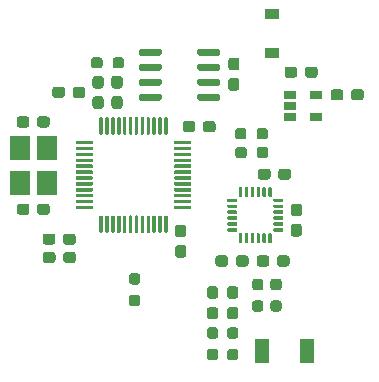
<source format=gbr>
%TF.GenerationSoftware,KiCad,Pcbnew,(5.1.7)-1*%
%TF.CreationDate,2020-10-30T21:16:44-07:00*%
%TF.ProjectId,Drone,44726f6e-652e-46b6-9963-61645f706362,rev?*%
%TF.SameCoordinates,Original*%
%TF.FileFunction,Paste,Top*%
%TF.FilePolarity,Positive*%
%FSLAX46Y46*%
G04 Gerber Fmt 4.6, Leading zero omitted, Abs format (unit mm)*
G04 Created by KiCad (PCBNEW (5.1.7)-1) date 2020-10-30 21:16:44*
%MOMM*%
%LPD*%
G01*
G04 APERTURE LIST*
%ADD10R,1.200000X0.900000*%
%ADD11R,1.800000X2.100000*%
%ADD12R,1.200000X2.150000*%
%ADD13R,1.060000X0.650000*%
G04 APERTURE END LIST*
D10*
%TO.C,D1*%
X92700000Y-66850000D03*
X92700000Y-63550000D03*
%TD*%
%TO.C,C15*%
G36*
G01*
X93150000Y-84712500D02*
X93150000Y-84237500D01*
G75*
G02*
X93387500Y-84000000I237500J0D01*
G01*
X93987500Y-84000000D01*
G75*
G02*
X94225000Y-84237500I0J-237500D01*
G01*
X94225000Y-84712500D01*
G75*
G02*
X93987500Y-84950000I-237500J0D01*
G01*
X93387500Y-84950000D01*
G75*
G02*
X93150000Y-84712500I0J237500D01*
G01*
G37*
G36*
G01*
X91425000Y-84712500D02*
X91425000Y-84237500D01*
G75*
G02*
X91662500Y-84000000I237500J0D01*
G01*
X92262500Y-84000000D01*
G75*
G02*
X92500000Y-84237500I0J-237500D01*
G01*
X92500000Y-84712500D01*
G75*
G02*
X92262500Y-84950000I-237500J0D01*
G01*
X91662500Y-84950000D01*
G75*
G02*
X91425000Y-84712500I0J237500D01*
G01*
G37*
%TD*%
%TO.C,D2*%
G36*
G01*
X87937500Y-89425000D02*
X87462500Y-89425000D01*
G75*
G02*
X87225000Y-89187500I0J237500D01*
G01*
X87225000Y-88612500D01*
G75*
G02*
X87462500Y-88375000I237500J0D01*
G01*
X87937500Y-88375000D01*
G75*
G02*
X88175000Y-88612500I0J-237500D01*
G01*
X88175000Y-89187500D01*
G75*
G02*
X87937500Y-89425000I-237500J0D01*
G01*
G37*
G36*
G01*
X87937500Y-87675000D02*
X87462500Y-87675000D01*
G75*
G02*
X87225000Y-87437500I0J237500D01*
G01*
X87225000Y-86862500D01*
G75*
G02*
X87462500Y-86625000I237500J0D01*
G01*
X87937500Y-86625000D01*
G75*
G02*
X88175000Y-86862500I0J-237500D01*
G01*
X88175000Y-87437500D01*
G75*
G02*
X87937500Y-87675000I-237500J0D01*
G01*
G37*
%TD*%
%TO.C,D3*%
G36*
G01*
X89637500Y-87675000D02*
X89162500Y-87675000D01*
G75*
G02*
X88925000Y-87437500I0J237500D01*
G01*
X88925000Y-86862500D01*
G75*
G02*
X89162500Y-86625000I237500J0D01*
G01*
X89637500Y-86625000D01*
G75*
G02*
X89875000Y-86862500I0J-237500D01*
G01*
X89875000Y-87437500D01*
G75*
G02*
X89637500Y-87675000I-237500J0D01*
G01*
G37*
G36*
G01*
X89637500Y-89425000D02*
X89162500Y-89425000D01*
G75*
G02*
X88925000Y-89187500I0J237500D01*
G01*
X88925000Y-88612500D01*
G75*
G02*
X89162500Y-88375000I237500J0D01*
G01*
X89637500Y-88375000D01*
G75*
G02*
X89875000Y-88612500I0J-237500D01*
G01*
X89875000Y-89187500D01*
G75*
G02*
X89637500Y-89425000I-237500J0D01*
G01*
G37*
%TD*%
D11*
%TO.C,Y1*%
X71370000Y-74950000D03*
X71370000Y-77850000D03*
X73670000Y-77850000D03*
X73670000Y-74950000D03*
%TD*%
%TO.C,R1*%
G36*
G01*
X80212500Y-67462500D02*
X80212500Y-67937500D01*
G75*
G02*
X79975000Y-68175000I-237500J0D01*
G01*
X79475000Y-68175000D01*
G75*
G02*
X79237500Y-67937500I0J237500D01*
G01*
X79237500Y-67462500D01*
G75*
G02*
X79475000Y-67225000I237500J0D01*
G01*
X79975000Y-67225000D01*
G75*
G02*
X80212500Y-67462500I0J-237500D01*
G01*
G37*
G36*
G01*
X78387500Y-67462500D02*
X78387500Y-67937500D01*
G75*
G02*
X78150000Y-68175000I-237500J0D01*
G01*
X77650000Y-68175000D01*
G75*
G02*
X77412500Y-67937500I0J237500D01*
G01*
X77412500Y-67462500D01*
G75*
G02*
X77650000Y-67225000I237500J0D01*
G01*
X78150000Y-67225000D01*
G75*
G02*
X78387500Y-67462500I0J-237500D01*
G01*
G37*
%TD*%
%TO.C,R2*%
G36*
G01*
X80862500Y-85500000D02*
X81337500Y-85500000D01*
G75*
G02*
X81575000Y-85737500I0J-237500D01*
G01*
X81575000Y-86237500D01*
G75*
G02*
X81337500Y-86475000I-237500J0D01*
G01*
X80862500Y-86475000D01*
G75*
G02*
X80625000Y-86237500I0J237500D01*
G01*
X80625000Y-85737500D01*
G75*
G02*
X80862500Y-85500000I237500J0D01*
G01*
G37*
G36*
G01*
X80862500Y-87325000D02*
X81337500Y-87325000D01*
G75*
G02*
X81575000Y-87562500I0J-237500D01*
G01*
X81575000Y-88062500D01*
G75*
G02*
X81337500Y-88300000I-237500J0D01*
G01*
X80862500Y-88300000D01*
G75*
G02*
X80625000Y-88062500I0J237500D01*
G01*
X80625000Y-87562500D01*
G75*
G02*
X80862500Y-87325000I237500J0D01*
G01*
G37*
%TD*%
%TO.C,R3*%
G36*
G01*
X90587500Y-75062500D02*
X90587500Y-75537500D01*
G75*
G02*
X90350000Y-75775000I-237500J0D01*
G01*
X89850000Y-75775000D01*
G75*
G02*
X89612500Y-75537500I0J237500D01*
G01*
X89612500Y-75062500D01*
G75*
G02*
X89850000Y-74825000I237500J0D01*
G01*
X90350000Y-74825000D01*
G75*
G02*
X90587500Y-75062500I0J-237500D01*
G01*
G37*
G36*
G01*
X92412500Y-75062500D02*
X92412500Y-75537500D01*
G75*
G02*
X92175000Y-75775000I-237500J0D01*
G01*
X91675000Y-75775000D01*
G75*
G02*
X91437500Y-75537500I0J237500D01*
G01*
X91437500Y-75062500D01*
G75*
G02*
X91675000Y-74825000I237500J0D01*
G01*
X92175000Y-74825000D01*
G75*
G02*
X92412500Y-75062500I0J-237500D01*
G01*
G37*
%TD*%
%TO.C,R4*%
G36*
G01*
X92400000Y-73462500D02*
X92400000Y-73937500D01*
G75*
G02*
X92162500Y-74175000I-237500J0D01*
G01*
X91662500Y-74175000D01*
G75*
G02*
X91425000Y-73937500I0J237500D01*
G01*
X91425000Y-73462500D01*
G75*
G02*
X91662500Y-73225000I237500J0D01*
G01*
X92162500Y-73225000D01*
G75*
G02*
X92400000Y-73462500I0J-237500D01*
G01*
G37*
G36*
G01*
X90575000Y-73462500D02*
X90575000Y-73937500D01*
G75*
G02*
X90337500Y-74175000I-237500J0D01*
G01*
X89837500Y-74175000D01*
G75*
G02*
X89600000Y-73937500I0J237500D01*
G01*
X89600000Y-73462500D01*
G75*
G02*
X89837500Y-73225000I237500J0D01*
G01*
X90337500Y-73225000D01*
G75*
G02*
X90575000Y-73462500I0J-237500D01*
G01*
G37*
%TD*%
%TO.C,R5*%
G36*
G01*
X92837500Y-87800000D02*
X93312500Y-87800000D01*
G75*
G02*
X93550000Y-88037500I0J-237500D01*
G01*
X93550000Y-88537500D01*
G75*
G02*
X93312500Y-88775000I-237500J0D01*
G01*
X92837500Y-88775000D01*
G75*
G02*
X92600000Y-88537500I0J237500D01*
G01*
X92600000Y-88037500D01*
G75*
G02*
X92837500Y-87800000I237500J0D01*
G01*
G37*
G36*
G01*
X92837500Y-85975000D02*
X93312500Y-85975000D01*
G75*
G02*
X93550000Y-86212500I0J-237500D01*
G01*
X93550000Y-86712500D01*
G75*
G02*
X93312500Y-86950000I-237500J0D01*
G01*
X92837500Y-86950000D01*
G75*
G02*
X92600000Y-86712500I0J237500D01*
G01*
X92600000Y-86212500D01*
G75*
G02*
X92837500Y-85975000I237500J0D01*
G01*
G37*
%TD*%
%TO.C,R6*%
G36*
G01*
X91292499Y-87810001D02*
X91767499Y-87810001D01*
G75*
G02*
X92004999Y-88047501I0J-237500D01*
G01*
X92004999Y-88547501D01*
G75*
G02*
X91767499Y-88785001I-237500J0D01*
G01*
X91292499Y-88785001D01*
G75*
G02*
X91054999Y-88547501I0J237500D01*
G01*
X91054999Y-88047501D01*
G75*
G02*
X91292499Y-87810001I237500J0D01*
G01*
G37*
G36*
G01*
X91292499Y-85985001D02*
X91767499Y-85985001D01*
G75*
G02*
X92004999Y-86222501I0J-237500D01*
G01*
X92004999Y-86722501D01*
G75*
G02*
X91767499Y-86960001I-237500J0D01*
G01*
X91292499Y-86960001D01*
G75*
G02*
X91054999Y-86722501I0J237500D01*
G01*
X91054999Y-86222501D01*
G75*
G02*
X91292499Y-85985001I237500J0D01*
G01*
G37*
%TD*%
%TO.C,R7*%
G36*
G01*
X87462500Y-91912500D02*
X87937500Y-91912500D01*
G75*
G02*
X88175000Y-92150000I0J-237500D01*
G01*
X88175000Y-92650000D01*
G75*
G02*
X87937500Y-92887500I-237500J0D01*
G01*
X87462500Y-92887500D01*
G75*
G02*
X87225000Y-92650000I0J237500D01*
G01*
X87225000Y-92150000D01*
G75*
G02*
X87462500Y-91912500I237500J0D01*
G01*
G37*
G36*
G01*
X87462500Y-90087500D02*
X87937500Y-90087500D01*
G75*
G02*
X88175000Y-90325000I0J-237500D01*
G01*
X88175000Y-90825000D01*
G75*
G02*
X87937500Y-91062500I-237500J0D01*
G01*
X87462500Y-91062500D01*
G75*
G02*
X87225000Y-90825000I0J237500D01*
G01*
X87225000Y-90325000D01*
G75*
G02*
X87462500Y-90087500I237500J0D01*
G01*
G37*
%TD*%
%TO.C,R8*%
G36*
G01*
X89162500Y-90100000D02*
X89637500Y-90100000D01*
G75*
G02*
X89875000Y-90337500I0J-237500D01*
G01*
X89875000Y-90837500D01*
G75*
G02*
X89637500Y-91075000I-237500J0D01*
G01*
X89162500Y-91075000D01*
G75*
G02*
X88925000Y-90837500I0J237500D01*
G01*
X88925000Y-90337500D01*
G75*
G02*
X89162500Y-90100000I237500J0D01*
G01*
G37*
G36*
G01*
X89162500Y-91925000D02*
X89637500Y-91925000D01*
G75*
G02*
X89875000Y-92162500I0J-237500D01*
G01*
X89875000Y-92662500D01*
G75*
G02*
X89637500Y-92900000I-237500J0D01*
G01*
X89162500Y-92900000D01*
G75*
G02*
X88925000Y-92662500I0J237500D01*
G01*
X88925000Y-92162500D01*
G75*
G02*
X89162500Y-91925000I237500J0D01*
G01*
G37*
%TD*%
D12*
%TO.C,SW1*%
X91875000Y-92100000D03*
X95675000Y-92100000D03*
%TD*%
D13*
%TO.C,U1*%
X94300000Y-70400000D03*
X94300000Y-71350000D03*
X94300000Y-72300000D03*
X96500000Y-72300000D03*
X96500000Y-70400000D03*
%TD*%
%TO.C,U2*%
G36*
G01*
X81450000Y-66945000D02*
X81450000Y-66645000D01*
G75*
G02*
X81600000Y-66495000I150000J0D01*
G01*
X83250000Y-66495000D01*
G75*
G02*
X83400000Y-66645000I0J-150000D01*
G01*
X83400000Y-66945000D01*
G75*
G02*
X83250000Y-67095000I-150000J0D01*
G01*
X81600000Y-67095000D01*
G75*
G02*
X81450000Y-66945000I0J150000D01*
G01*
G37*
G36*
G01*
X81450000Y-68215000D02*
X81450000Y-67915000D01*
G75*
G02*
X81600000Y-67765000I150000J0D01*
G01*
X83250000Y-67765000D01*
G75*
G02*
X83400000Y-67915000I0J-150000D01*
G01*
X83400000Y-68215000D01*
G75*
G02*
X83250000Y-68365000I-150000J0D01*
G01*
X81600000Y-68365000D01*
G75*
G02*
X81450000Y-68215000I0J150000D01*
G01*
G37*
G36*
G01*
X81450000Y-69485000D02*
X81450000Y-69185000D01*
G75*
G02*
X81600000Y-69035000I150000J0D01*
G01*
X83250000Y-69035000D01*
G75*
G02*
X83400000Y-69185000I0J-150000D01*
G01*
X83400000Y-69485000D01*
G75*
G02*
X83250000Y-69635000I-150000J0D01*
G01*
X81600000Y-69635000D01*
G75*
G02*
X81450000Y-69485000I0J150000D01*
G01*
G37*
G36*
G01*
X81450000Y-70755000D02*
X81450000Y-70455000D01*
G75*
G02*
X81600000Y-70305000I150000J0D01*
G01*
X83250000Y-70305000D01*
G75*
G02*
X83400000Y-70455000I0J-150000D01*
G01*
X83400000Y-70755000D01*
G75*
G02*
X83250000Y-70905000I-150000J0D01*
G01*
X81600000Y-70905000D01*
G75*
G02*
X81450000Y-70755000I0J150000D01*
G01*
G37*
G36*
G01*
X86400000Y-70755000D02*
X86400000Y-70455000D01*
G75*
G02*
X86550000Y-70305000I150000J0D01*
G01*
X88200000Y-70305000D01*
G75*
G02*
X88350000Y-70455000I0J-150000D01*
G01*
X88350000Y-70755000D01*
G75*
G02*
X88200000Y-70905000I-150000J0D01*
G01*
X86550000Y-70905000D01*
G75*
G02*
X86400000Y-70755000I0J150000D01*
G01*
G37*
G36*
G01*
X86400000Y-69485000D02*
X86400000Y-69185000D01*
G75*
G02*
X86550000Y-69035000I150000J0D01*
G01*
X88200000Y-69035000D01*
G75*
G02*
X88350000Y-69185000I0J-150000D01*
G01*
X88350000Y-69485000D01*
G75*
G02*
X88200000Y-69635000I-150000J0D01*
G01*
X86550000Y-69635000D01*
G75*
G02*
X86400000Y-69485000I0J150000D01*
G01*
G37*
G36*
G01*
X86400000Y-68215000D02*
X86400000Y-67915000D01*
G75*
G02*
X86550000Y-67765000I150000J0D01*
G01*
X88200000Y-67765000D01*
G75*
G02*
X88350000Y-67915000I0J-150000D01*
G01*
X88350000Y-68215000D01*
G75*
G02*
X88200000Y-68365000I-150000J0D01*
G01*
X86550000Y-68365000D01*
G75*
G02*
X86400000Y-68215000I0J150000D01*
G01*
G37*
G36*
G01*
X86400000Y-66945000D02*
X86400000Y-66645000D01*
G75*
G02*
X86550000Y-66495000I150000J0D01*
G01*
X88200000Y-66495000D01*
G75*
G02*
X88350000Y-66645000I0J-150000D01*
G01*
X88350000Y-66945000D01*
G75*
G02*
X88200000Y-67095000I-150000J0D01*
G01*
X86550000Y-67095000D01*
G75*
G02*
X86400000Y-66945000I0J150000D01*
G01*
G37*
%TD*%
%TO.C,U4*%
G36*
G01*
X88950000Y-79425000D02*
X88950000Y-79275000D01*
G75*
G02*
X89025000Y-79200000I75000J0D01*
G01*
X89725000Y-79200000D01*
G75*
G02*
X89800000Y-79275000I0J-75000D01*
G01*
X89800000Y-79425000D01*
G75*
G02*
X89725000Y-79500000I-75000J0D01*
G01*
X89025000Y-79500000D01*
G75*
G02*
X88950000Y-79425000I0J75000D01*
G01*
G37*
G36*
G01*
X88950000Y-79925000D02*
X88950000Y-79775000D01*
G75*
G02*
X89025000Y-79700000I75000J0D01*
G01*
X89725000Y-79700000D01*
G75*
G02*
X89800000Y-79775000I0J-75000D01*
G01*
X89800000Y-79925000D01*
G75*
G02*
X89725000Y-80000000I-75000J0D01*
G01*
X89025000Y-80000000D01*
G75*
G02*
X88950000Y-79925000I0J75000D01*
G01*
G37*
G36*
G01*
X88950000Y-80425000D02*
X88950000Y-80275000D01*
G75*
G02*
X89025000Y-80200000I75000J0D01*
G01*
X89725000Y-80200000D01*
G75*
G02*
X89800000Y-80275000I0J-75000D01*
G01*
X89800000Y-80425000D01*
G75*
G02*
X89725000Y-80500000I-75000J0D01*
G01*
X89025000Y-80500000D01*
G75*
G02*
X88950000Y-80425000I0J75000D01*
G01*
G37*
G36*
G01*
X88950000Y-80925000D02*
X88950000Y-80775000D01*
G75*
G02*
X89025000Y-80700000I75000J0D01*
G01*
X89725000Y-80700000D01*
G75*
G02*
X89800000Y-80775000I0J-75000D01*
G01*
X89800000Y-80925000D01*
G75*
G02*
X89725000Y-81000000I-75000J0D01*
G01*
X89025000Y-81000000D01*
G75*
G02*
X88950000Y-80925000I0J75000D01*
G01*
G37*
G36*
G01*
X88950000Y-81425000D02*
X88950000Y-81275000D01*
G75*
G02*
X89025000Y-81200000I75000J0D01*
G01*
X89725000Y-81200000D01*
G75*
G02*
X89800000Y-81275000I0J-75000D01*
G01*
X89800000Y-81425000D01*
G75*
G02*
X89725000Y-81500000I-75000J0D01*
G01*
X89025000Y-81500000D01*
G75*
G02*
X88950000Y-81425000I0J75000D01*
G01*
G37*
G36*
G01*
X88950000Y-81925000D02*
X88950000Y-81775000D01*
G75*
G02*
X89025000Y-81700000I75000J0D01*
G01*
X89725000Y-81700000D01*
G75*
G02*
X89800000Y-81775000I0J-75000D01*
G01*
X89800000Y-81925000D01*
G75*
G02*
X89725000Y-82000000I-75000J0D01*
G01*
X89025000Y-82000000D01*
G75*
G02*
X88950000Y-81925000I0J75000D01*
G01*
G37*
G36*
G01*
X90150000Y-82975000D02*
X90000000Y-82975000D01*
G75*
G02*
X89925000Y-82900000I0J75000D01*
G01*
X89925000Y-82200000D01*
G75*
G02*
X90000000Y-82125000I75000J0D01*
G01*
X90150000Y-82125000D01*
G75*
G02*
X90225000Y-82200000I0J-75000D01*
G01*
X90225000Y-82900000D01*
G75*
G02*
X90150000Y-82975000I-75000J0D01*
G01*
G37*
G36*
G01*
X90650000Y-82975000D02*
X90500000Y-82975000D01*
G75*
G02*
X90425000Y-82900000I0J75000D01*
G01*
X90425000Y-82200000D01*
G75*
G02*
X90500000Y-82125000I75000J0D01*
G01*
X90650000Y-82125000D01*
G75*
G02*
X90725000Y-82200000I0J-75000D01*
G01*
X90725000Y-82900000D01*
G75*
G02*
X90650000Y-82975000I-75000J0D01*
G01*
G37*
G36*
G01*
X91150000Y-82975000D02*
X91000000Y-82975000D01*
G75*
G02*
X90925000Y-82900000I0J75000D01*
G01*
X90925000Y-82200000D01*
G75*
G02*
X91000000Y-82125000I75000J0D01*
G01*
X91150000Y-82125000D01*
G75*
G02*
X91225000Y-82200000I0J-75000D01*
G01*
X91225000Y-82900000D01*
G75*
G02*
X91150000Y-82975000I-75000J0D01*
G01*
G37*
G36*
G01*
X91650000Y-82975000D02*
X91500000Y-82975000D01*
G75*
G02*
X91425000Y-82900000I0J75000D01*
G01*
X91425000Y-82200000D01*
G75*
G02*
X91500000Y-82125000I75000J0D01*
G01*
X91650000Y-82125000D01*
G75*
G02*
X91725000Y-82200000I0J-75000D01*
G01*
X91725000Y-82900000D01*
G75*
G02*
X91650000Y-82975000I-75000J0D01*
G01*
G37*
G36*
G01*
X92150000Y-82975000D02*
X92000000Y-82975000D01*
G75*
G02*
X91925000Y-82900000I0J75000D01*
G01*
X91925000Y-82200000D01*
G75*
G02*
X92000000Y-82125000I75000J0D01*
G01*
X92150000Y-82125000D01*
G75*
G02*
X92225000Y-82200000I0J-75000D01*
G01*
X92225000Y-82900000D01*
G75*
G02*
X92150000Y-82975000I-75000J0D01*
G01*
G37*
G36*
G01*
X92650000Y-82975000D02*
X92500000Y-82975000D01*
G75*
G02*
X92425000Y-82900000I0J75000D01*
G01*
X92425000Y-82200000D01*
G75*
G02*
X92500000Y-82125000I75000J0D01*
G01*
X92650000Y-82125000D01*
G75*
G02*
X92725000Y-82200000I0J-75000D01*
G01*
X92725000Y-82900000D01*
G75*
G02*
X92650000Y-82975000I-75000J0D01*
G01*
G37*
G36*
G01*
X92850000Y-81925000D02*
X92850000Y-81775000D01*
G75*
G02*
X92925000Y-81700000I75000J0D01*
G01*
X93625000Y-81700000D01*
G75*
G02*
X93700000Y-81775000I0J-75000D01*
G01*
X93700000Y-81925000D01*
G75*
G02*
X93625000Y-82000000I-75000J0D01*
G01*
X92925000Y-82000000D01*
G75*
G02*
X92850000Y-81925000I0J75000D01*
G01*
G37*
G36*
G01*
X92850000Y-81425000D02*
X92850000Y-81275000D01*
G75*
G02*
X92925000Y-81200000I75000J0D01*
G01*
X93625000Y-81200000D01*
G75*
G02*
X93700000Y-81275000I0J-75000D01*
G01*
X93700000Y-81425000D01*
G75*
G02*
X93625000Y-81500000I-75000J0D01*
G01*
X92925000Y-81500000D01*
G75*
G02*
X92850000Y-81425000I0J75000D01*
G01*
G37*
G36*
G01*
X92850000Y-80925000D02*
X92850000Y-80775000D01*
G75*
G02*
X92925000Y-80700000I75000J0D01*
G01*
X93625000Y-80700000D01*
G75*
G02*
X93700000Y-80775000I0J-75000D01*
G01*
X93700000Y-80925000D01*
G75*
G02*
X93625000Y-81000000I-75000J0D01*
G01*
X92925000Y-81000000D01*
G75*
G02*
X92850000Y-80925000I0J75000D01*
G01*
G37*
G36*
G01*
X92850000Y-80425000D02*
X92850000Y-80275000D01*
G75*
G02*
X92925000Y-80200000I75000J0D01*
G01*
X93625000Y-80200000D01*
G75*
G02*
X93700000Y-80275000I0J-75000D01*
G01*
X93700000Y-80425000D01*
G75*
G02*
X93625000Y-80500000I-75000J0D01*
G01*
X92925000Y-80500000D01*
G75*
G02*
X92850000Y-80425000I0J75000D01*
G01*
G37*
G36*
G01*
X92850000Y-79925000D02*
X92850000Y-79775000D01*
G75*
G02*
X92925000Y-79700000I75000J0D01*
G01*
X93625000Y-79700000D01*
G75*
G02*
X93700000Y-79775000I0J-75000D01*
G01*
X93700000Y-79925000D01*
G75*
G02*
X93625000Y-80000000I-75000J0D01*
G01*
X92925000Y-80000000D01*
G75*
G02*
X92850000Y-79925000I0J75000D01*
G01*
G37*
G36*
G01*
X92850000Y-79425000D02*
X92850000Y-79275000D01*
G75*
G02*
X92925000Y-79200000I75000J0D01*
G01*
X93625000Y-79200000D01*
G75*
G02*
X93700000Y-79275000I0J-75000D01*
G01*
X93700000Y-79425000D01*
G75*
G02*
X93625000Y-79500000I-75000J0D01*
G01*
X92925000Y-79500000D01*
G75*
G02*
X92850000Y-79425000I0J75000D01*
G01*
G37*
G36*
G01*
X92650000Y-79075000D02*
X92500000Y-79075000D01*
G75*
G02*
X92425000Y-79000000I0J75000D01*
G01*
X92425000Y-78300000D01*
G75*
G02*
X92500000Y-78225000I75000J0D01*
G01*
X92650000Y-78225000D01*
G75*
G02*
X92725000Y-78300000I0J-75000D01*
G01*
X92725000Y-79000000D01*
G75*
G02*
X92650000Y-79075000I-75000J0D01*
G01*
G37*
G36*
G01*
X92150000Y-79075000D02*
X92000000Y-79075000D01*
G75*
G02*
X91925000Y-79000000I0J75000D01*
G01*
X91925000Y-78300000D01*
G75*
G02*
X92000000Y-78225000I75000J0D01*
G01*
X92150000Y-78225000D01*
G75*
G02*
X92225000Y-78300000I0J-75000D01*
G01*
X92225000Y-79000000D01*
G75*
G02*
X92150000Y-79075000I-75000J0D01*
G01*
G37*
G36*
G01*
X91650000Y-79075000D02*
X91500000Y-79075000D01*
G75*
G02*
X91425000Y-79000000I0J75000D01*
G01*
X91425000Y-78300000D01*
G75*
G02*
X91500000Y-78225000I75000J0D01*
G01*
X91650000Y-78225000D01*
G75*
G02*
X91725000Y-78300000I0J-75000D01*
G01*
X91725000Y-79000000D01*
G75*
G02*
X91650000Y-79075000I-75000J0D01*
G01*
G37*
G36*
G01*
X91150000Y-79075000D02*
X91000000Y-79075000D01*
G75*
G02*
X90925000Y-79000000I0J75000D01*
G01*
X90925000Y-78300000D01*
G75*
G02*
X91000000Y-78225000I75000J0D01*
G01*
X91150000Y-78225000D01*
G75*
G02*
X91225000Y-78300000I0J-75000D01*
G01*
X91225000Y-79000000D01*
G75*
G02*
X91150000Y-79075000I-75000J0D01*
G01*
G37*
G36*
G01*
X90650000Y-79075000D02*
X90500000Y-79075000D01*
G75*
G02*
X90425000Y-79000000I0J75000D01*
G01*
X90425000Y-78300000D01*
G75*
G02*
X90500000Y-78225000I75000J0D01*
G01*
X90650000Y-78225000D01*
G75*
G02*
X90725000Y-78300000I0J-75000D01*
G01*
X90725000Y-79000000D01*
G75*
G02*
X90650000Y-79075000I-75000J0D01*
G01*
G37*
G36*
G01*
X90150000Y-79075000D02*
X90000000Y-79075000D01*
G75*
G02*
X89925000Y-79000000I0J75000D01*
G01*
X89925000Y-78300000D01*
G75*
G02*
X90000000Y-78225000I75000J0D01*
G01*
X90150000Y-78225000D01*
G75*
G02*
X90225000Y-78300000I0J-75000D01*
G01*
X90225000Y-79000000D01*
G75*
G02*
X90150000Y-79075000I-75000J0D01*
G01*
G37*
%TD*%
%TO.C,C1*%
G36*
G01*
X76937500Y-69962500D02*
X76937500Y-70437500D01*
G75*
G02*
X76700000Y-70675000I-237500J0D01*
G01*
X76100000Y-70675000D01*
G75*
G02*
X75862500Y-70437500I0J237500D01*
G01*
X75862500Y-69962500D01*
G75*
G02*
X76100000Y-69725000I237500J0D01*
G01*
X76700000Y-69725000D01*
G75*
G02*
X76937500Y-69962500I0J-237500D01*
G01*
G37*
G36*
G01*
X75212500Y-69962500D02*
X75212500Y-70437500D01*
G75*
G02*
X74975000Y-70675000I-237500J0D01*
G01*
X74375000Y-70675000D01*
G75*
G02*
X74137500Y-70437500I0J237500D01*
G01*
X74137500Y-69962500D01*
G75*
G02*
X74375000Y-69725000I237500J0D01*
G01*
X74975000Y-69725000D01*
G75*
G02*
X75212500Y-69962500I0J-237500D01*
G01*
G37*
%TD*%
%TO.C,C2*%
G36*
G01*
X84762500Y-83125000D02*
X85237500Y-83125000D01*
G75*
G02*
X85475000Y-83362500I0J-237500D01*
G01*
X85475000Y-83962500D01*
G75*
G02*
X85237500Y-84200000I-237500J0D01*
G01*
X84762500Y-84200000D01*
G75*
G02*
X84525000Y-83962500I0J237500D01*
G01*
X84525000Y-83362500D01*
G75*
G02*
X84762500Y-83125000I237500J0D01*
G01*
G37*
G36*
G01*
X84762500Y-81400000D02*
X85237500Y-81400000D01*
G75*
G02*
X85475000Y-81637500I0J-237500D01*
G01*
X85475000Y-82237500D01*
G75*
G02*
X85237500Y-82475000I-237500J0D01*
G01*
X84762500Y-82475000D01*
G75*
G02*
X84525000Y-82237500I0J237500D01*
G01*
X84525000Y-81637500D01*
G75*
G02*
X84762500Y-81400000I237500J0D01*
G01*
G37*
%TD*%
%TO.C,C3*%
G36*
G01*
X86887500Y-73337500D02*
X86887500Y-72862500D01*
G75*
G02*
X87125000Y-72625000I237500J0D01*
G01*
X87725000Y-72625000D01*
G75*
G02*
X87962500Y-72862500I0J-237500D01*
G01*
X87962500Y-73337500D01*
G75*
G02*
X87725000Y-73575000I-237500J0D01*
G01*
X87125000Y-73575000D01*
G75*
G02*
X86887500Y-73337500I0J237500D01*
G01*
G37*
G36*
G01*
X85162500Y-73337500D02*
X85162500Y-72862500D01*
G75*
G02*
X85400000Y-72625000I237500J0D01*
G01*
X86000000Y-72625000D01*
G75*
G02*
X86237500Y-72862500I0J-237500D01*
G01*
X86237500Y-73337500D01*
G75*
G02*
X86000000Y-73575000I-237500J0D01*
G01*
X85400000Y-73575000D01*
G75*
G02*
X85162500Y-73337500I0J237500D01*
G01*
G37*
%TD*%
%TO.C,C4*%
G36*
G01*
X78247500Y-69875000D02*
X77772500Y-69875000D01*
G75*
G02*
X77535000Y-69637500I0J237500D01*
G01*
X77535000Y-69037500D01*
G75*
G02*
X77772500Y-68800000I237500J0D01*
G01*
X78247500Y-68800000D01*
G75*
G02*
X78485000Y-69037500I0J-237500D01*
G01*
X78485000Y-69637500D01*
G75*
G02*
X78247500Y-69875000I-237500J0D01*
G01*
G37*
G36*
G01*
X78247500Y-71600000D02*
X77772500Y-71600000D01*
G75*
G02*
X77535000Y-71362500I0J237500D01*
G01*
X77535000Y-70762500D01*
G75*
G02*
X77772500Y-70525000I237500J0D01*
G01*
X78247500Y-70525000D01*
G75*
G02*
X78485000Y-70762500I0J-237500D01*
G01*
X78485000Y-71362500D01*
G75*
G02*
X78247500Y-71600000I-237500J0D01*
G01*
G37*
%TD*%
%TO.C,C5*%
G36*
G01*
X79847500Y-69872500D02*
X79372500Y-69872500D01*
G75*
G02*
X79135000Y-69635000I0J237500D01*
G01*
X79135000Y-69035000D01*
G75*
G02*
X79372500Y-68797500I237500J0D01*
G01*
X79847500Y-68797500D01*
G75*
G02*
X80085000Y-69035000I0J-237500D01*
G01*
X80085000Y-69635000D01*
G75*
G02*
X79847500Y-69872500I-237500J0D01*
G01*
G37*
G36*
G01*
X79847500Y-71597500D02*
X79372500Y-71597500D01*
G75*
G02*
X79135000Y-71360000I0J237500D01*
G01*
X79135000Y-70760000D01*
G75*
G02*
X79372500Y-70522500I237500J0D01*
G01*
X79847500Y-70522500D01*
G75*
G02*
X80085000Y-70760000I0J-237500D01*
G01*
X80085000Y-71360000D01*
G75*
G02*
X79847500Y-71597500I-237500J0D01*
G01*
G37*
%TD*%
%TO.C,C6*%
G36*
G01*
X76120000Y-82392500D02*
X76120000Y-82867500D01*
G75*
G02*
X75882500Y-83105000I-237500J0D01*
G01*
X75282500Y-83105000D01*
G75*
G02*
X75045000Y-82867500I0J237500D01*
G01*
X75045000Y-82392500D01*
G75*
G02*
X75282500Y-82155000I237500J0D01*
G01*
X75882500Y-82155000D01*
G75*
G02*
X76120000Y-82392500I0J-237500D01*
G01*
G37*
G36*
G01*
X74395000Y-82392500D02*
X74395000Y-82867500D01*
G75*
G02*
X74157500Y-83105000I-237500J0D01*
G01*
X73557500Y-83105000D01*
G75*
G02*
X73320000Y-82867500I0J237500D01*
G01*
X73320000Y-82392500D01*
G75*
G02*
X73557500Y-82155000I237500J0D01*
G01*
X74157500Y-82155000D01*
G75*
G02*
X74395000Y-82392500I0J-237500D01*
G01*
G37*
%TD*%
%TO.C,C7*%
G36*
G01*
X74407500Y-83942500D02*
X74407500Y-84417500D01*
G75*
G02*
X74170000Y-84655000I-237500J0D01*
G01*
X73570000Y-84655000D01*
G75*
G02*
X73332500Y-84417500I0J237500D01*
G01*
X73332500Y-83942500D01*
G75*
G02*
X73570000Y-83705000I237500J0D01*
G01*
X74170000Y-83705000D01*
G75*
G02*
X74407500Y-83942500I0J-237500D01*
G01*
G37*
G36*
G01*
X76132500Y-83942500D02*
X76132500Y-84417500D01*
G75*
G02*
X75895000Y-84655000I-237500J0D01*
G01*
X75295000Y-84655000D01*
G75*
G02*
X75057500Y-84417500I0J237500D01*
G01*
X75057500Y-83942500D01*
G75*
G02*
X75295000Y-83705000I237500J0D01*
G01*
X75895000Y-83705000D01*
G75*
G02*
X76132500Y-83942500I0J-237500D01*
G01*
G37*
%TD*%
%TO.C,C8*%
G36*
G01*
X89737500Y-70062500D02*
X89262500Y-70062500D01*
G75*
G02*
X89025000Y-69825000I0J237500D01*
G01*
X89025000Y-69225000D01*
G75*
G02*
X89262500Y-68987500I237500J0D01*
G01*
X89737500Y-68987500D01*
G75*
G02*
X89975000Y-69225000I0J-237500D01*
G01*
X89975000Y-69825000D01*
G75*
G02*
X89737500Y-70062500I-237500J0D01*
G01*
G37*
G36*
G01*
X89737500Y-68337500D02*
X89262500Y-68337500D01*
G75*
G02*
X89025000Y-68100000I0J237500D01*
G01*
X89025000Y-67500000D01*
G75*
G02*
X89262500Y-67262500I237500J0D01*
G01*
X89737500Y-67262500D01*
G75*
G02*
X89975000Y-67500000I0J-237500D01*
G01*
X89975000Y-68100000D01*
G75*
G02*
X89737500Y-68337500I-237500J0D01*
G01*
G37*
%TD*%
%TO.C,C9*%
G36*
G01*
X93800000Y-68737500D02*
X93800000Y-68262500D01*
G75*
G02*
X94037500Y-68025000I237500J0D01*
G01*
X94637500Y-68025000D01*
G75*
G02*
X94875000Y-68262500I0J-237500D01*
G01*
X94875000Y-68737500D01*
G75*
G02*
X94637500Y-68975000I-237500J0D01*
G01*
X94037500Y-68975000D01*
G75*
G02*
X93800000Y-68737500I0J237500D01*
G01*
G37*
G36*
G01*
X95525000Y-68737500D02*
X95525000Y-68262500D01*
G75*
G02*
X95762500Y-68025000I237500J0D01*
G01*
X96362500Y-68025000D01*
G75*
G02*
X96600000Y-68262500I0J-237500D01*
G01*
X96600000Y-68737500D01*
G75*
G02*
X96362500Y-68975000I-237500J0D01*
G01*
X95762500Y-68975000D01*
G75*
G02*
X95525000Y-68737500I0J237500D01*
G01*
G37*
%TD*%
%TO.C,C10*%
G36*
G01*
X99425000Y-70637500D02*
X99425000Y-70162500D01*
G75*
G02*
X99662500Y-69925000I237500J0D01*
G01*
X100262500Y-69925000D01*
G75*
G02*
X100500000Y-70162500I0J-237500D01*
G01*
X100500000Y-70637500D01*
G75*
G02*
X100262500Y-70875000I-237500J0D01*
G01*
X99662500Y-70875000D01*
G75*
G02*
X99425000Y-70637500I0J237500D01*
G01*
G37*
G36*
G01*
X97700000Y-70637500D02*
X97700000Y-70162500D01*
G75*
G02*
X97937500Y-69925000I237500J0D01*
G01*
X98537500Y-69925000D01*
G75*
G02*
X98775000Y-70162500I0J-237500D01*
G01*
X98775000Y-70637500D01*
G75*
G02*
X98537500Y-70875000I-237500J0D01*
G01*
X97937500Y-70875000D01*
G75*
G02*
X97700000Y-70637500I0J237500D01*
G01*
G37*
%TD*%
%TO.C,C11*%
G36*
G01*
X72845000Y-72937500D02*
X72845000Y-72462500D01*
G75*
G02*
X73082500Y-72225000I237500J0D01*
G01*
X73682500Y-72225000D01*
G75*
G02*
X73920000Y-72462500I0J-237500D01*
G01*
X73920000Y-72937500D01*
G75*
G02*
X73682500Y-73175000I-237500J0D01*
G01*
X73082500Y-73175000D01*
G75*
G02*
X72845000Y-72937500I0J237500D01*
G01*
G37*
G36*
G01*
X71120000Y-72937500D02*
X71120000Y-72462500D01*
G75*
G02*
X71357500Y-72225000I237500J0D01*
G01*
X71957500Y-72225000D01*
G75*
G02*
X72195000Y-72462500I0J-237500D01*
G01*
X72195000Y-72937500D01*
G75*
G02*
X71957500Y-73175000I-237500J0D01*
G01*
X71357500Y-73175000D01*
G75*
G02*
X71120000Y-72937500I0J237500D01*
G01*
G37*
%TD*%
%TO.C,C12*%
G36*
G01*
X73920000Y-79862500D02*
X73920000Y-80337500D01*
G75*
G02*
X73682500Y-80575000I-237500J0D01*
G01*
X73082500Y-80575000D01*
G75*
G02*
X72845000Y-80337500I0J237500D01*
G01*
X72845000Y-79862500D01*
G75*
G02*
X73082500Y-79625000I237500J0D01*
G01*
X73682500Y-79625000D01*
G75*
G02*
X73920000Y-79862500I0J-237500D01*
G01*
G37*
G36*
G01*
X72195000Y-79862500D02*
X72195000Y-80337500D01*
G75*
G02*
X71957500Y-80575000I-237500J0D01*
G01*
X71357500Y-80575000D01*
G75*
G02*
X71120000Y-80337500I0J237500D01*
G01*
X71120000Y-79862500D01*
G75*
G02*
X71357500Y-79625000I237500J0D01*
G01*
X71957500Y-79625000D01*
G75*
G02*
X72195000Y-79862500I0J-237500D01*
G01*
G37*
%TD*%
%TO.C,C13*%
G36*
G01*
X89675000Y-84712500D02*
X89675000Y-84237500D01*
G75*
G02*
X89912500Y-84000000I237500J0D01*
G01*
X90512500Y-84000000D01*
G75*
G02*
X90750000Y-84237500I0J-237500D01*
G01*
X90750000Y-84712500D01*
G75*
G02*
X90512500Y-84950000I-237500J0D01*
G01*
X89912500Y-84950000D01*
G75*
G02*
X89675000Y-84712500I0J237500D01*
G01*
G37*
G36*
G01*
X87950000Y-84712500D02*
X87950000Y-84237500D01*
G75*
G02*
X88187500Y-84000000I237500J0D01*
G01*
X88787500Y-84000000D01*
G75*
G02*
X89025000Y-84237500I0J-237500D01*
G01*
X89025000Y-84712500D01*
G75*
G02*
X88787500Y-84950000I-237500J0D01*
G01*
X88187500Y-84950000D01*
G75*
G02*
X87950000Y-84712500I0J237500D01*
G01*
G37*
%TD*%
%TO.C,C14*%
G36*
G01*
X95037500Y-82412500D02*
X94562500Y-82412500D01*
G75*
G02*
X94325000Y-82175000I0J237500D01*
G01*
X94325000Y-81575000D01*
G75*
G02*
X94562500Y-81337500I237500J0D01*
G01*
X95037500Y-81337500D01*
G75*
G02*
X95275000Y-81575000I0J-237500D01*
G01*
X95275000Y-82175000D01*
G75*
G02*
X95037500Y-82412500I-237500J0D01*
G01*
G37*
G36*
G01*
X95037500Y-80687500D02*
X94562500Y-80687500D01*
G75*
G02*
X94325000Y-80450000I0J237500D01*
G01*
X94325000Y-79850000D01*
G75*
G02*
X94562500Y-79612500I237500J0D01*
G01*
X95037500Y-79612500D01*
G75*
G02*
X95275000Y-79850000I0J-237500D01*
G01*
X95275000Y-80450000D01*
G75*
G02*
X95037500Y-80687500I-237500J0D01*
G01*
G37*
%TD*%
%TO.C,C16*%
G36*
G01*
X91537500Y-77362500D02*
X91537500Y-76887500D01*
G75*
G02*
X91775000Y-76650000I237500J0D01*
G01*
X92375000Y-76650000D01*
G75*
G02*
X92612500Y-76887500I0J-237500D01*
G01*
X92612500Y-77362500D01*
G75*
G02*
X92375000Y-77600000I-237500J0D01*
G01*
X91775000Y-77600000D01*
G75*
G02*
X91537500Y-77362500I0J237500D01*
G01*
G37*
G36*
G01*
X93262500Y-77362500D02*
X93262500Y-76887500D01*
G75*
G02*
X93500000Y-76650000I237500J0D01*
G01*
X94100000Y-76650000D01*
G75*
G02*
X94337500Y-76887500I0J-237500D01*
G01*
X94337500Y-77362500D01*
G75*
G02*
X94100000Y-77600000I-237500J0D01*
G01*
X93500000Y-77600000D01*
G75*
G02*
X93262500Y-77362500I0J237500D01*
G01*
G37*
%TD*%
%TO.C,U3*%
G36*
G01*
X76110000Y-74525000D02*
X76110000Y-74375000D01*
G75*
G02*
X76185000Y-74300000I75000J0D01*
G01*
X77510000Y-74300000D01*
G75*
G02*
X77585000Y-74375000I0J-75000D01*
G01*
X77585000Y-74525000D01*
G75*
G02*
X77510000Y-74600000I-75000J0D01*
G01*
X76185000Y-74600000D01*
G75*
G02*
X76110000Y-74525000I0J75000D01*
G01*
G37*
G36*
G01*
X76110000Y-75025000D02*
X76110000Y-74875000D01*
G75*
G02*
X76185000Y-74800000I75000J0D01*
G01*
X77510000Y-74800000D01*
G75*
G02*
X77585000Y-74875000I0J-75000D01*
G01*
X77585000Y-75025000D01*
G75*
G02*
X77510000Y-75100000I-75000J0D01*
G01*
X76185000Y-75100000D01*
G75*
G02*
X76110000Y-75025000I0J75000D01*
G01*
G37*
G36*
G01*
X76110000Y-75525000D02*
X76110000Y-75375000D01*
G75*
G02*
X76185000Y-75300000I75000J0D01*
G01*
X77510000Y-75300000D01*
G75*
G02*
X77585000Y-75375000I0J-75000D01*
G01*
X77585000Y-75525000D01*
G75*
G02*
X77510000Y-75600000I-75000J0D01*
G01*
X76185000Y-75600000D01*
G75*
G02*
X76110000Y-75525000I0J75000D01*
G01*
G37*
G36*
G01*
X76110000Y-76025000D02*
X76110000Y-75875000D01*
G75*
G02*
X76185000Y-75800000I75000J0D01*
G01*
X77510000Y-75800000D01*
G75*
G02*
X77585000Y-75875000I0J-75000D01*
G01*
X77585000Y-76025000D01*
G75*
G02*
X77510000Y-76100000I-75000J0D01*
G01*
X76185000Y-76100000D01*
G75*
G02*
X76110000Y-76025000I0J75000D01*
G01*
G37*
G36*
G01*
X76110000Y-76525000D02*
X76110000Y-76375000D01*
G75*
G02*
X76185000Y-76300000I75000J0D01*
G01*
X77510000Y-76300000D01*
G75*
G02*
X77585000Y-76375000I0J-75000D01*
G01*
X77585000Y-76525000D01*
G75*
G02*
X77510000Y-76600000I-75000J0D01*
G01*
X76185000Y-76600000D01*
G75*
G02*
X76110000Y-76525000I0J75000D01*
G01*
G37*
G36*
G01*
X76110000Y-77025000D02*
X76110000Y-76875000D01*
G75*
G02*
X76185000Y-76800000I75000J0D01*
G01*
X77510000Y-76800000D01*
G75*
G02*
X77585000Y-76875000I0J-75000D01*
G01*
X77585000Y-77025000D01*
G75*
G02*
X77510000Y-77100000I-75000J0D01*
G01*
X76185000Y-77100000D01*
G75*
G02*
X76110000Y-77025000I0J75000D01*
G01*
G37*
G36*
G01*
X76110000Y-77525000D02*
X76110000Y-77375000D01*
G75*
G02*
X76185000Y-77300000I75000J0D01*
G01*
X77510000Y-77300000D01*
G75*
G02*
X77585000Y-77375000I0J-75000D01*
G01*
X77585000Y-77525000D01*
G75*
G02*
X77510000Y-77600000I-75000J0D01*
G01*
X76185000Y-77600000D01*
G75*
G02*
X76110000Y-77525000I0J75000D01*
G01*
G37*
G36*
G01*
X76110000Y-78025000D02*
X76110000Y-77875000D01*
G75*
G02*
X76185000Y-77800000I75000J0D01*
G01*
X77510000Y-77800000D01*
G75*
G02*
X77585000Y-77875000I0J-75000D01*
G01*
X77585000Y-78025000D01*
G75*
G02*
X77510000Y-78100000I-75000J0D01*
G01*
X76185000Y-78100000D01*
G75*
G02*
X76110000Y-78025000I0J75000D01*
G01*
G37*
G36*
G01*
X76110000Y-78525000D02*
X76110000Y-78375000D01*
G75*
G02*
X76185000Y-78300000I75000J0D01*
G01*
X77510000Y-78300000D01*
G75*
G02*
X77585000Y-78375000I0J-75000D01*
G01*
X77585000Y-78525000D01*
G75*
G02*
X77510000Y-78600000I-75000J0D01*
G01*
X76185000Y-78600000D01*
G75*
G02*
X76110000Y-78525000I0J75000D01*
G01*
G37*
G36*
G01*
X76110000Y-79025000D02*
X76110000Y-78875000D01*
G75*
G02*
X76185000Y-78800000I75000J0D01*
G01*
X77510000Y-78800000D01*
G75*
G02*
X77585000Y-78875000I0J-75000D01*
G01*
X77585000Y-79025000D01*
G75*
G02*
X77510000Y-79100000I-75000J0D01*
G01*
X76185000Y-79100000D01*
G75*
G02*
X76110000Y-79025000I0J75000D01*
G01*
G37*
G36*
G01*
X76110000Y-79525000D02*
X76110000Y-79375000D01*
G75*
G02*
X76185000Y-79300000I75000J0D01*
G01*
X77510000Y-79300000D01*
G75*
G02*
X77585000Y-79375000I0J-75000D01*
G01*
X77585000Y-79525000D01*
G75*
G02*
X77510000Y-79600000I-75000J0D01*
G01*
X76185000Y-79600000D01*
G75*
G02*
X76110000Y-79525000I0J75000D01*
G01*
G37*
G36*
G01*
X76110000Y-80025000D02*
X76110000Y-79875000D01*
G75*
G02*
X76185000Y-79800000I75000J0D01*
G01*
X77510000Y-79800000D01*
G75*
G02*
X77585000Y-79875000I0J-75000D01*
G01*
X77585000Y-80025000D01*
G75*
G02*
X77510000Y-80100000I-75000J0D01*
G01*
X76185000Y-80100000D01*
G75*
G02*
X76110000Y-80025000I0J75000D01*
G01*
G37*
G36*
G01*
X78110000Y-82025000D02*
X78110000Y-80700000D01*
G75*
G02*
X78185000Y-80625000I75000J0D01*
G01*
X78335000Y-80625000D01*
G75*
G02*
X78410000Y-80700000I0J-75000D01*
G01*
X78410000Y-82025000D01*
G75*
G02*
X78335000Y-82100000I-75000J0D01*
G01*
X78185000Y-82100000D01*
G75*
G02*
X78110000Y-82025000I0J75000D01*
G01*
G37*
G36*
G01*
X78610000Y-82025000D02*
X78610000Y-80700000D01*
G75*
G02*
X78685000Y-80625000I75000J0D01*
G01*
X78835000Y-80625000D01*
G75*
G02*
X78910000Y-80700000I0J-75000D01*
G01*
X78910000Y-82025000D01*
G75*
G02*
X78835000Y-82100000I-75000J0D01*
G01*
X78685000Y-82100000D01*
G75*
G02*
X78610000Y-82025000I0J75000D01*
G01*
G37*
G36*
G01*
X79110000Y-82025000D02*
X79110000Y-80700000D01*
G75*
G02*
X79185000Y-80625000I75000J0D01*
G01*
X79335000Y-80625000D01*
G75*
G02*
X79410000Y-80700000I0J-75000D01*
G01*
X79410000Y-82025000D01*
G75*
G02*
X79335000Y-82100000I-75000J0D01*
G01*
X79185000Y-82100000D01*
G75*
G02*
X79110000Y-82025000I0J75000D01*
G01*
G37*
G36*
G01*
X79610000Y-82025000D02*
X79610000Y-80700000D01*
G75*
G02*
X79685000Y-80625000I75000J0D01*
G01*
X79835000Y-80625000D01*
G75*
G02*
X79910000Y-80700000I0J-75000D01*
G01*
X79910000Y-82025000D01*
G75*
G02*
X79835000Y-82100000I-75000J0D01*
G01*
X79685000Y-82100000D01*
G75*
G02*
X79610000Y-82025000I0J75000D01*
G01*
G37*
G36*
G01*
X80110000Y-82025000D02*
X80110000Y-80700000D01*
G75*
G02*
X80185000Y-80625000I75000J0D01*
G01*
X80335000Y-80625000D01*
G75*
G02*
X80410000Y-80700000I0J-75000D01*
G01*
X80410000Y-82025000D01*
G75*
G02*
X80335000Y-82100000I-75000J0D01*
G01*
X80185000Y-82100000D01*
G75*
G02*
X80110000Y-82025000I0J75000D01*
G01*
G37*
G36*
G01*
X80610000Y-82025000D02*
X80610000Y-80700000D01*
G75*
G02*
X80685000Y-80625000I75000J0D01*
G01*
X80835000Y-80625000D01*
G75*
G02*
X80910000Y-80700000I0J-75000D01*
G01*
X80910000Y-82025000D01*
G75*
G02*
X80835000Y-82100000I-75000J0D01*
G01*
X80685000Y-82100000D01*
G75*
G02*
X80610000Y-82025000I0J75000D01*
G01*
G37*
G36*
G01*
X81110000Y-82025000D02*
X81110000Y-80700000D01*
G75*
G02*
X81185000Y-80625000I75000J0D01*
G01*
X81335000Y-80625000D01*
G75*
G02*
X81410000Y-80700000I0J-75000D01*
G01*
X81410000Y-82025000D01*
G75*
G02*
X81335000Y-82100000I-75000J0D01*
G01*
X81185000Y-82100000D01*
G75*
G02*
X81110000Y-82025000I0J75000D01*
G01*
G37*
G36*
G01*
X81610000Y-82025000D02*
X81610000Y-80700000D01*
G75*
G02*
X81685000Y-80625000I75000J0D01*
G01*
X81835000Y-80625000D01*
G75*
G02*
X81910000Y-80700000I0J-75000D01*
G01*
X81910000Y-82025000D01*
G75*
G02*
X81835000Y-82100000I-75000J0D01*
G01*
X81685000Y-82100000D01*
G75*
G02*
X81610000Y-82025000I0J75000D01*
G01*
G37*
G36*
G01*
X82110000Y-82025000D02*
X82110000Y-80700000D01*
G75*
G02*
X82185000Y-80625000I75000J0D01*
G01*
X82335000Y-80625000D01*
G75*
G02*
X82410000Y-80700000I0J-75000D01*
G01*
X82410000Y-82025000D01*
G75*
G02*
X82335000Y-82100000I-75000J0D01*
G01*
X82185000Y-82100000D01*
G75*
G02*
X82110000Y-82025000I0J75000D01*
G01*
G37*
G36*
G01*
X82610000Y-82025000D02*
X82610000Y-80700000D01*
G75*
G02*
X82685000Y-80625000I75000J0D01*
G01*
X82835000Y-80625000D01*
G75*
G02*
X82910000Y-80700000I0J-75000D01*
G01*
X82910000Y-82025000D01*
G75*
G02*
X82835000Y-82100000I-75000J0D01*
G01*
X82685000Y-82100000D01*
G75*
G02*
X82610000Y-82025000I0J75000D01*
G01*
G37*
G36*
G01*
X83110000Y-82025000D02*
X83110000Y-80700000D01*
G75*
G02*
X83185000Y-80625000I75000J0D01*
G01*
X83335000Y-80625000D01*
G75*
G02*
X83410000Y-80700000I0J-75000D01*
G01*
X83410000Y-82025000D01*
G75*
G02*
X83335000Y-82100000I-75000J0D01*
G01*
X83185000Y-82100000D01*
G75*
G02*
X83110000Y-82025000I0J75000D01*
G01*
G37*
G36*
G01*
X83610000Y-82025000D02*
X83610000Y-80700000D01*
G75*
G02*
X83685000Y-80625000I75000J0D01*
G01*
X83835000Y-80625000D01*
G75*
G02*
X83910000Y-80700000I0J-75000D01*
G01*
X83910000Y-82025000D01*
G75*
G02*
X83835000Y-82100000I-75000J0D01*
G01*
X83685000Y-82100000D01*
G75*
G02*
X83610000Y-82025000I0J75000D01*
G01*
G37*
G36*
G01*
X84435000Y-80025000D02*
X84435000Y-79875000D01*
G75*
G02*
X84510000Y-79800000I75000J0D01*
G01*
X85835000Y-79800000D01*
G75*
G02*
X85910000Y-79875000I0J-75000D01*
G01*
X85910000Y-80025000D01*
G75*
G02*
X85835000Y-80100000I-75000J0D01*
G01*
X84510000Y-80100000D01*
G75*
G02*
X84435000Y-80025000I0J75000D01*
G01*
G37*
G36*
G01*
X84435000Y-79525000D02*
X84435000Y-79375000D01*
G75*
G02*
X84510000Y-79300000I75000J0D01*
G01*
X85835000Y-79300000D01*
G75*
G02*
X85910000Y-79375000I0J-75000D01*
G01*
X85910000Y-79525000D01*
G75*
G02*
X85835000Y-79600000I-75000J0D01*
G01*
X84510000Y-79600000D01*
G75*
G02*
X84435000Y-79525000I0J75000D01*
G01*
G37*
G36*
G01*
X84435000Y-79025000D02*
X84435000Y-78875000D01*
G75*
G02*
X84510000Y-78800000I75000J0D01*
G01*
X85835000Y-78800000D01*
G75*
G02*
X85910000Y-78875000I0J-75000D01*
G01*
X85910000Y-79025000D01*
G75*
G02*
X85835000Y-79100000I-75000J0D01*
G01*
X84510000Y-79100000D01*
G75*
G02*
X84435000Y-79025000I0J75000D01*
G01*
G37*
G36*
G01*
X84435000Y-78525000D02*
X84435000Y-78375000D01*
G75*
G02*
X84510000Y-78300000I75000J0D01*
G01*
X85835000Y-78300000D01*
G75*
G02*
X85910000Y-78375000I0J-75000D01*
G01*
X85910000Y-78525000D01*
G75*
G02*
X85835000Y-78600000I-75000J0D01*
G01*
X84510000Y-78600000D01*
G75*
G02*
X84435000Y-78525000I0J75000D01*
G01*
G37*
G36*
G01*
X84435000Y-78025000D02*
X84435000Y-77875000D01*
G75*
G02*
X84510000Y-77800000I75000J0D01*
G01*
X85835000Y-77800000D01*
G75*
G02*
X85910000Y-77875000I0J-75000D01*
G01*
X85910000Y-78025000D01*
G75*
G02*
X85835000Y-78100000I-75000J0D01*
G01*
X84510000Y-78100000D01*
G75*
G02*
X84435000Y-78025000I0J75000D01*
G01*
G37*
G36*
G01*
X84435000Y-77525000D02*
X84435000Y-77375000D01*
G75*
G02*
X84510000Y-77300000I75000J0D01*
G01*
X85835000Y-77300000D01*
G75*
G02*
X85910000Y-77375000I0J-75000D01*
G01*
X85910000Y-77525000D01*
G75*
G02*
X85835000Y-77600000I-75000J0D01*
G01*
X84510000Y-77600000D01*
G75*
G02*
X84435000Y-77525000I0J75000D01*
G01*
G37*
G36*
G01*
X84435000Y-77025000D02*
X84435000Y-76875000D01*
G75*
G02*
X84510000Y-76800000I75000J0D01*
G01*
X85835000Y-76800000D01*
G75*
G02*
X85910000Y-76875000I0J-75000D01*
G01*
X85910000Y-77025000D01*
G75*
G02*
X85835000Y-77100000I-75000J0D01*
G01*
X84510000Y-77100000D01*
G75*
G02*
X84435000Y-77025000I0J75000D01*
G01*
G37*
G36*
G01*
X84435000Y-76525000D02*
X84435000Y-76375000D01*
G75*
G02*
X84510000Y-76300000I75000J0D01*
G01*
X85835000Y-76300000D01*
G75*
G02*
X85910000Y-76375000I0J-75000D01*
G01*
X85910000Y-76525000D01*
G75*
G02*
X85835000Y-76600000I-75000J0D01*
G01*
X84510000Y-76600000D01*
G75*
G02*
X84435000Y-76525000I0J75000D01*
G01*
G37*
G36*
G01*
X84435000Y-76025000D02*
X84435000Y-75875000D01*
G75*
G02*
X84510000Y-75800000I75000J0D01*
G01*
X85835000Y-75800000D01*
G75*
G02*
X85910000Y-75875000I0J-75000D01*
G01*
X85910000Y-76025000D01*
G75*
G02*
X85835000Y-76100000I-75000J0D01*
G01*
X84510000Y-76100000D01*
G75*
G02*
X84435000Y-76025000I0J75000D01*
G01*
G37*
G36*
G01*
X84435000Y-75525000D02*
X84435000Y-75375000D01*
G75*
G02*
X84510000Y-75300000I75000J0D01*
G01*
X85835000Y-75300000D01*
G75*
G02*
X85910000Y-75375000I0J-75000D01*
G01*
X85910000Y-75525000D01*
G75*
G02*
X85835000Y-75600000I-75000J0D01*
G01*
X84510000Y-75600000D01*
G75*
G02*
X84435000Y-75525000I0J75000D01*
G01*
G37*
G36*
G01*
X84435000Y-75025000D02*
X84435000Y-74875000D01*
G75*
G02*
X84510000Y-74800000I75000J0D01*
G01*
X85835000Y-74800000D01*
G75*
G02*
X85910000Y-74875000I0J-75000D01*
G01*
X85910000Y-75025000D01*
G75*
G02*
X85835000Y-75100000I-75000J0D01*
G01*
X84510000Y-75100000D01*
G75*
G02*
X84435000Y-75025000I0J75000D01*
G01*
G37*
G36*
G01*
X84435000Y-74525000D02*
X84435000Y-74375000D01*
G75*
G02*
X84510000Y-74300000I75000J0D01*
G01*
X85835000Y-74300000D01*
G75*
G02*
X85910000Y-74375000I0J-75000D01*
G01*
X85910000Y-74525000D01*
G75*
G02*
X85835000Y-74600000I-75000J0D01*
G01*
X84510000Y-74600000D01*
G75*
G02*
X84435000Y-74525000I0J75000D01*
G01*
G37*
G36*
G01*
X83610000Y-73700000D02*
X83610000Y-72375000D01*
G75*
G02*
X83685000Y-72300000I75000J0D01*
G01*
X83835000Y-72300000D01*
G75*
G02*
X83910000Y-72375000I0J-75000D01*
G01*
X83910000Y-73700000D01*
G75*
G02*
X83835000Y-73775000I-75000J0D01*
G01*
X83685000Y-73775000D01*
G75*
G02*
X83610000Y-73700000I0J75000D01*
G01*
G37*
G36*
G01*
X83110000Y-73700000D02*
X83110000Y-72375000D01*
G75*
G02*
X83185000Y-72300000I75000J0D01*
G01*
X83335000Y-72300000D01*
G75*
G02*
X83410000Y-72375000I0J-75000D01*
G01*
X83410000Y-73700000D01*
G75*
G02*
X83335000Y-73775000I-75000J0D01*
G01*
X83185000Y-73775000D01*
G75*
G02*
X83110000Y-73700000I0J75000D01*
G01*
G37*
G36*
G01*
X82610000Y-73700000D02*
X82610000Y-72375000D01*
G75*
G02*
X82685000Y-72300000I75000J0D01*
G01*
X82835000Y-72300000D01*
G75*
G02*
X82910000Y-72375000I0J-75000D01*
G01*
X82910000Y-73700000D01*
G75*
G02*
X82835000Y-73775000I-75000J0D01*
G01*
X82685000Y-73775000D01*
G75*
G02*
X82610000Y-73700000I0J75000D01*
G01*
G37*
G36*
G01*
X82110000Y-73700000D02*
X82110000Y-72375000D01*
G75*
G02*
X82185000Y-72300000I75000J0D01*
G01*
X82335000Y-72300000D01*
G75*
G02*
X82410000Y-72375000I0J-75000D01*
G01*
X82410000Y-73700000D01*
G75*
G02*
X82335000Y-73775000I-75000J0D01*
G01*
X82185000Y-73775000D01*
G75*
G02*
X82110000Y-73700000I0J75000D01*
G01*
G37*
G36*
G01*
X81610000Y-73700000D02*
X81610000Y-72375000D01*
G75*
G02*
X81685000Y-72300000I75000J0D01*
G01*
X81835000Y-72300000D01*
G75*
G02*
X81910000Y-72375000I0J-75000D01*
G01*
X81910000Y-73700000D01*
G75*
G02*
X81835000Y-73775000I-75000J0D01*
G01*
X81685000Y-73775000D01*
G75*
G02*
X81610000Y-73700000I0J75000D01*
G01*
G37*
G36*
G01*
X81110000Y-73700000D02*
X81110000Y-72375000D01*
G75*
G02*
X81185000Y-72300000I75000J0D01*
G01*
X81335000Y-72300000D01*
G75*
G02*
X81410000Y-72375000I0J-75000D01*
G01*
X81410000Y-73700000D01*
G75*
G02*
X81335000Y-73775000I-75000J0D01*
G01*
X81185000Y-73775000D01*
G75*
G02*
X81110000Y-73700000I0J75000D01*
G01*
G37*
G36*
G01*
X80610000Y-73700000D02*
X80610000Y-72375000D01*
G75*
G02*
X80685000Y-72300000I75000J0D01*
G01*
X80835000Y-72300000D01*
G75*
G02*
X80910000Y-72375000I0J-75000D01*
G01*
X80910000Y-73700000D01*
G75*
G02*
X80835000Y-73775000I-75000J0D01*
G01*
X80685000Y-73775000D01*
G75*
G02*
X80610000Y-73700000I0J75000D01*
G01*
G37*
G36*
G01*
X80110000Y-73700000D02*
X80110000Y-72375000D01*
G75*
G02*
X80185000Y-72300000I75000J0D01*
G01*
X80335000Y-72300000D01*
G75*
G02*
X80410000Y-72375000I0J-75000D01*
G01*
X80410000Y-73700000D01*
G75*
G02*
X80335000Y-73775000I-75000J0D01*
G01*
X80185000Y-73775000D01*
G75*
G02*
X80110000Y-73700000I0J75000D01*
G01*
G37*
G36*
G01*
X79610000Y-73700000D02*
X79610000Y-72375000D01*
G75*
G02*
X79685000Y-72300000I75000J0D01*
G01*
X79835000Y-72300000D01*
G75*
G02*
X79910000Y-72375000I0J-75000D01*
G01*
X79910000Y-73700000D01*
G75*
G02*
X79835000Y-73775000I-75000J0D01*
G01*
X79685000Y-73775000D01*
G75*
G02*
X79610000Y-73700000I0J75000D01*
G01*
G37*
G36*
G01*
X79110000Y-73700000D02*
X79110000Y-72375000D01*
G75*
G02*
X79185000Y-72300000I75000J0D01*
G01*
X79335000Y-72300000D01*
G75*
G02*
X79410000Y-72375000I0J-75000D01*
G01*
X79410000Y-73700000D01*
G75*
G02*
X79335000Y-73775000I-75000J0D01*
G01*
X79185000Y-73775000D01*
G75*
G02*
X79110000Y-73700000I0J75000D01*
G01*
G37*
G36*
G01*
X78610000Y-73700000D02*
X78610000Y-72375000D01*
G75*
G02*
X78685000Y-72300000I75000J0D01*
G01*
X78835000Y-72300000D01*
G75*
G02*
X78910000Y-72375000I0J-75000D01*
G01*
X78910000Y-73700000D01*
G75*
G02*
X78835000Y-73775000I-75000J0D01*
G01*
X78685000Y-73775000D01*
G75*
G02*
X78610000Y-73700000I0J75000D01*
G01*
G37*
G36*
G01*
X78110000Y-73700000D02*
X78110000Y-72375000D01*
G75*
G02*
X78185000Y-72300000I75000J0D01*
G01*
X78335000Y-72300000D01*
G75*
G02*
X78410000Y-72375000I0J-75000D01*
G01*
X78410000Y-73700000D01*
G75*
G02*
X78335000Y-73775000I-75000J0D01*
G01*
X78185000Y-73775000D01*
G75*
G02*
X78110000Y-73700000I0J75000D01*
G01*
G37*
%TD*%
M02*

</source>
